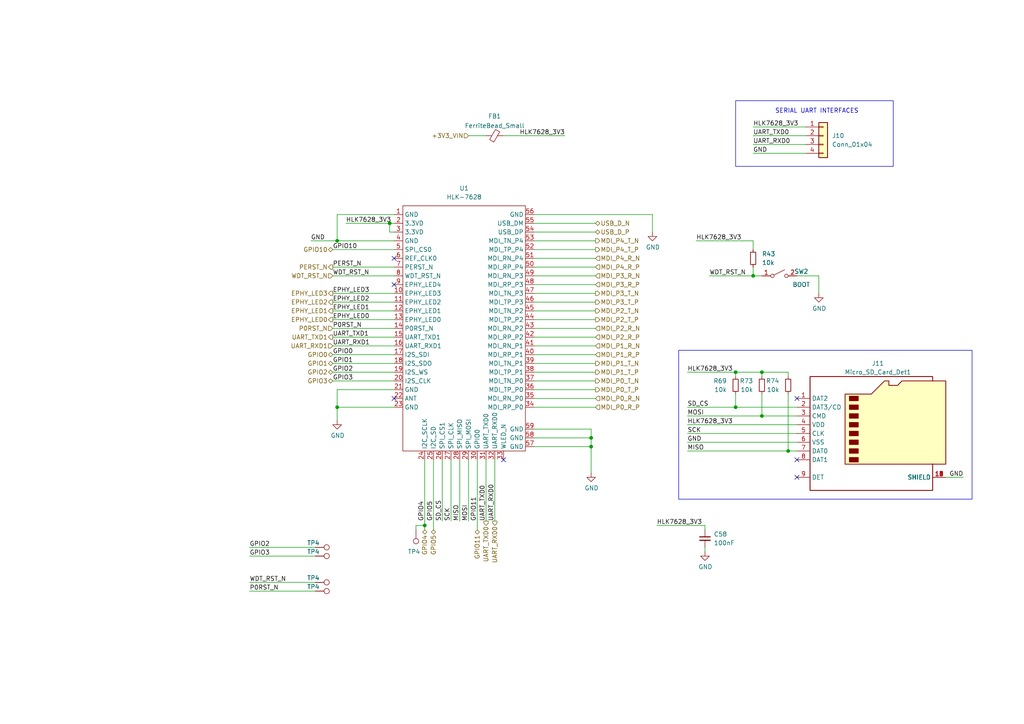
<source format=kicad_sch>
(kicad_sch (version 20230121) (generator eeschema)
  (paper "A4")
  (lib_symbols
    (symbol "Connector:Micro_SD_Card_Det1"
      (property "Reference" "J11" (at 0.635 20.32 0))
      (property "Value" "Micro_SD_Card_Det1" (at 0.635 17.78 0))
      (symbol "Micro_SD_Card_Det1_0_1"
        (rectangle (start -7.62 -6.985) (end -5.08 -8.255) (stroke (width 0.254)) (fill (type outline)))
        (rectangle (start -7.62 -4.445) (end -5.08 -5.715) (stroke (width 0.254)) (fill (type outline)))
        (rectangle (start -7.62 -1.905) (end -5.08 -3.175) (stroke (width 0.254)) (fill (type outline)))
        (rectangle (start -7.62 0.635) (end -5.08 -0.635) (stroke (width 0.254)) (fill (type outline)))
        (rectangle (start -7.62 3.175) (end -5.08 1.905) (stroke (width 0.254)) (fill (type outline)))
        (rectangle (start -7.62 5.715) (end -5.08 4.445) (stroke (width 0.254)) (fill (type outline)))
        (rectangle (start -7.62 8.255) (end -5.08 6.985) (stroke (width 0.254)) (fill (type outline)))
        (rectangle (start -7.62 10.795) (end -5.08 9.525) (stroke (width 0.254)) (fill (type outline)))
        (polyline (pts (xy 16.51 15.24) (xy 16.51 16.51) (xy -19.05 16.51) (xy -19.05 -16.51) (xy 16.51 -16.51) (xy 16.51 -8.89)) (stroke (width 0.254)))
        (polyline (pts (xy -8.89 -8.89) (xy -8.89 11.43) (xy -1.27 11.43) (xy 2.54 15.24) (xy 3.81 15.24) (xy 3.81 13.97) (xy 6.35 13.97) (xy 7.62 15.24) (xy 20.32 15.24) (xy 20.32 -8.89) (xy -8.89 -8.89)) (stroke (width 0.254)) (fill (type background)))
      )
      (symbol "Micro_SD_Card_Det1_1_1"
        (pin bidirectional line (at -22.86 10.16 0) (length 3.81) (name "DAT2") (number "1"))
        (pin passive line (at 20.32 -12.7 180) (length 3.81) (name "SHIELD") (number "10"))
        (pin passive line (at 20.32 -12.7 180) (length 3.81) (name "SHIELD") (number "11"))
        (pin passive line (at 20.32 -12.7 180) (length 3.81) (name "SHIELD") (number "12"))
        (pin passive line (at 20.32 -12.7 180) (length 3.81) (name "SHIELD") (number "13"))
        (pin passive line (at 20.32 -12.7 180) (length 3.81) (name "SHIELD") (number "14"))
        (pin passive line (at 20.32 -12.7 180) (length 3.81) (name "SHIELD") (number "15"))
        (pin bidirectional line (at -22.86 7.62 0) (length 3.81) (name "DAT3/CD") (number "2"))
        (pin input line (at -22.86 5.08 0) (length 3.81) (name "CMD") (number "3"))
        (pin power_in line (at -22.86 2.54 0) (length 3.81) (name "VDD") (number "4"))
        (pin input line (at -22.86 0 0) (length 3.81) (name "CLK") (number "5"))
        (pin power_in line (at -22.86 -2.54 0) (length 3.81) (name "VSS") (number "6"))
        (pin bidirectional line (at -22.86 -5.08 0) (length 3.81) (name "DAT0") (number "7"))
        (pin bidirectional line (at -22.86 -7.62 0) (length 3.81) (name "DAT1") (number "8"))
        (pin passive line (at -22.86 -12.7 0) (length 3.81) (name "DET") (number "9"))
      )
    )
    (symbol "Connector:TestPoint" (pin_numbers hide) (pin_names (offset 0.762) hide)
      (property "Reference" "TP" (at 0 6.858 0))
      (property "Value" "TestPoint" (at 0 5.08 0))
      (symbol "TestPoint_0_1"
        (circle (center 0 3.302) (radius 0.762))
      )
      (symbol "TestPoint_1_1"
        (pin passive line (at 0 0 90) (length 2.54) (name "1") (number "1"))
      )
    )
    (symbol "Connector_Generic:Conn_01x04" (pin_names (offset 1.016) hide)
      (property "Reference" "J" (at 0 5.08 0))
      (property "Value" "Conn_01x04" (at 0 -7.62 0))
      (symbol "Conn_01x04_1_1"
        (rectangle (start -1.27 -4.953) (end 0 -5.207) (stroke (width 0.1524)))
        (rectangle (start -1.27 -2.413) (end 0 -2.667) (stroke (width 0.1524)))
        (rectangle (start -1.27 0.127) (end 0 -0.127) (stroke (width 0.1524)))
        (rectangle (start -1.27 2.667) (end 0 2.413) (stroke (width 0.1524)))
        (rectangle (start -1.27 3.81) (end 1.27 -6.35) (stroke (width 0.254)) (fill (type background)))
        (pin passive line (at -5.08 2.54 0) (length 3.81) (name "Pin_1") (number "1"))
        (pin passive line (at -5.08 0 0) (length 3.81) (name "Pin_2") (number "2"))
        (pin passive line (at -5.08 -2.54 0) (length 3.81) (name "Pin_3") (number "3"))
        (pin passive line (at -5.08 -5.08 0) (length 3.81) (name "Pin_4") (number "4"))
      )
    )
    (symbol "Device:C_Small" (pin_numbers hide) (pin_names (offset 0.254) hide)
      (property "Reference" "C" (at 0.254 1.778 0))
      (property "Value" "C_Small" (at 0.254 -2.032 0))
      (symbol "C_Small_0_1"
        (polyline (pts (xy -1.524 -0.508) (xy 1.524 -0.508)) (stroke (width 0.3302)))
        (polyline (pts (xy -1.524 0.508) (xy 1.524 0.508)) (stroke (width 0.3048)))
      )
      (symbol "C_Small_1_1"
        (pin passive line (at 0 2.54 270) (length 2.032) (name "~") (number "1"))
        (pin passive line (at 0 -2.54 90) (length 2.032) (name "~") (number "2"))
      )
    )
    (symbol "Device:FerriteBead_Small" (pin_numbers hide) (pin_names (offset 0))
      (property "Reference" "FB" (at 1.905 1.27 0))
      (property "Value" "FerriteBead_Small" (at 1.905 -1.27 0))
      (symbol "FerriteBead_Small_0_1"
        (polyline (pts (xy 0 -1.27) (xy 0 -0.7874)))
        (polyline (pts (xy 0 0.889) (xy 0 1.2954)))
        (polyline (pts (xy -1.8288 0.2794) (xy -1.1176 1.4986) (xy 1.8288 -0.2032) (xy 1.1176 -1.4224) (xy -1.8288 0.2794)))
      )
      (symbol "FerriteBead_Small_1_1"
        (pin passive line (at 0 2.54 270) (length 1.27) (name "~") (number "1"))
        (pin passive line (at 0 -2.54 90) (length 1.27) (name "~") (number "2"))
      )
    )
    (symbol "Device:R_Small" (pin_numbers hide) (pin_names (offset 0.254) hide)
      (property "Reference" "R" (at 0.762 0.508 0))
      (property "Value" "R_Small" (at 0.762 -1.016 0))
      (symbol "R_Small_0_1"
        (rectangle (start -0.762 1.778) (end 0.762 -1.778) (stroke (width 0.2032)))
      )
      (symbol "R_Small_1_1"
        (pin passive line (at 0 2.54 270) (length 0.762) (name "~") (number "1"))
        (pin passive line (at 0 -2.54 90) (length 0.762) (name "~") (number "2"))
      )
    )
    (symbol "gabriel:HLK-7628"
      (property "Reference" "U" (at 0 1.27 0))
      (property "Value" "HLK-7628" (at 0 -2.54 0))
      (symbol "HLK-7628_0_1"
        (rectangle (start -17.78 0) (end 17.78 -71.12))
      )
      (symbol "HLK-7628_1_1"
        (pin passive line (at -20.32 -2.54 0) (length 2.54) (name "GND") (number "1"))
        (pin bidirectional line (at -20.32 -25.4 0) (length 2.54) (name "EPHY_LED3") (number "10"))
        (pin bidirectional line (at -20.32 -27.94 0) (length 2.54) (name "EPHY_LED2") (number "11"))
        (pin bidirectional line (at -20.32 -30.48 0) (length 2.54) (name "EPHY_LED1") (number "12"))
        (pin bidirectional line (at -20.32 -33.02 0) (length 2.54) (name "EPHY_LED0") (number "13"))
        (pin bidirectional line (at -20.32 -35.56 0) (length 2.54) (name "P0RST_N") (number "14"))
        (pin output line (at -20.32 -38.1 0) (length 2.54) (name "UART_TXD1") (number "15"))
        (pin input line (at -20.32 -40.64 0) (length 2.54) (name "UART_RXD1") (number "16"))
        (pin bidirectional line (at -20.32 -43.18 0) (length 2.54) (name "I2S_SDI") (number "17"))
        (pin bidirectional line (at -20.32 -45.72 0) (length 2.54) (name "I2S_SDO") (number "18"))
        (pin bidirectional line (at -20.32 -48.26 0) (length 2.54) (name "I2S_WS") (number "19"))
        (pin power_in line (at -20.32 -5.08 0) (length 2.54) (name "3.3VD") (number "2"))
        (pin bidirectional line (at -20.32 -50.8 0) (length 2.54) (name "I2S_CLK") (number "20"))
        (pin passive line (at -20.32 -53.34 0) (length 2.54) (name "GND") (number "21"))
        (pin passive line (at -20.32 -55.88 0) (length 2.54) (name "ANT") (number "22"))
        (pin passive line (at -20.32 -58.42 0) (length 2.54) (name "GND") (number "23"))
        (pin bidirectional line (at -11.43 -73.66 90) (length 2.54) (name "I2C_SCLK") (number "24"))
        (pin bidirectional line (at -8.89 -73.66 90) (length 2.54) (name "I2C_SD") (number "25"))
        (pin bidirectional line (at -6.35 -73.66 90) (length 2.54) (name "SPI_CS1") (number "26"))
        (pin bidirectional line (at -3.81 -73.66 90) (length 2.54) (name "SPI_CLK") (number "27"))
        (pin bidirectional line (at -1.27 -73.66 90) (length 2.54) (name "SPI_MISO") (number "28"))
        (pin bidirectional line (at 1.27 -73.66 90) (length 2.54) (name "SPI_MOSI") (number "29"))
        (pin power_in line (at -20.32 -7.62 0) (length 2.54) (name "3.3VD") (number "3"))
        (pin bidirectional line (at 3.81 -73.66 90) (length 2.54) (name "GPIO0") (number "30"))
        (pin output line (at 6.35 -73.66 90) (length 2.54) (name "UART_TXD0") (number "31"))
        (pin input line (at 8.89 -73.66 90) (length 2.54) (name "UART_RXD0") (number "32"))
        (pin bidirectional line (at 11.43 -73.66 90) (length 2.54) (name "WLED_N") (number "33"))
        (pin bidirectional line (at 20.32 -58.42 180) (length 2.54) (name "MDI_RP_P0") (number "34"))
        (pin bidirectional line (at 20.32 -55.88 180) (length 2.54) (name "MDI_RN_P0") (number "35"))
        (pin bidirectional line (at 20.32 -53.34 180) (length 2.54) (name "MDI_TP_P0") (number "36"))
        (pin bidirectional line (at 20.32 -50.8 180) (length 2.54) (name "MDI_TN_P0") (number "37"))
        (pin bidirectional line (at 20.32 -48.26 180) (length 2.54) (name "MDI_TP_P1") (number "38"))
        (pin bidirectional line (at 20.32 -45.72 180) (length 2.54) (name "MDI_TN_P1") (number "39"))
        (pin passive line (at -20.32 -10.16 0) (length 2.54) (name "GND") (number "4"))
        (pin bidirectional line (at 20.32 -43.18 180) (length 2.54) (name "MDI_RP_P1") (number "40"))
        (pin bidirectional line (at 20.32 -40.64 180) (length 2.54) (name "MDI_RN_P1") (number "41"))
        (pin bidirectional line (at 20.32 -38.1 180) (length 2.54) (name "MDI_RP_P2") (number "42"))
        (pin bidirectional line (at 20.32 -35.56 180) (length 2.54) (name "MDI_RN_P2") (number "43"))
        (pin bidirectional line (at 20.32 -33.02 180) (length 2.54) (name "MDI_TP_P2") (number "44"))
        (pin bidirectional line (at 20.32 -30.48 180) (length 2.54) (name "MDI_TN_P2") (number "45"))
        (pin bidirectional line (at 20.32 -27.94 180) (length 2.54) (name "MDI_TP_P3") (number "46"))
        (pin bidirectional line (at 20.32 -25.4 180) (length 2.54) (name "MDI_TN_P3") (number "47"))
        (pin bidirectional line (at 20.32 -22.86 180) (length 2.54) (name "MDI_RP_P3") (number "48"))
        (pin bidirectional line (at 20.32 -20.32 180) (length 2.54) (name "MDI_RN_P3") (number "49"))
        (pin bidirectional line (at -20.32 -12.7 0) (length 2.54) (name "SPI_CS0") (number "5"))
        (pin bidirectional line (at 20.32 -17.78 180) (length 2.54) (name "MDI_RP_P4") (number "50"))
        (pin bidirectional line (at 20.32 -15.24 180) (length 2.54) (name "MDI_RN_P4") (number "51"))
        (pin bidirectional line (at 20.32 -12.7 180) (length 2.54) (name "MDI_TP_P4") (number "52"))
        (pin bidirectional line (at 20.32 -10.16 180) (length 2.54) (name "MDI_TN_P4") (number "53"))
        (pin bidirectional line (at 20.32 -7.62 180) (length 2.54) (name "USB_DP") (number "54"))
        (pin bidirectional line (at 20.32 -5.08 180) (length 2.54) (name "USB_DM") (number "55"))
        (pin passive line (at 20.32 -2.54 180) (length 2.54) (name "GND") (number "56"))
        (pin passive line (at 20.32 -69.85 180) (length 2.54) (name "GND") (number "57"))
        (pin passive line (at 20.32 -67.31 180) (length 2.54) (name "GND") (number "58"))
        (pin passive line (at 20.32 -64.77 180) (length 2.54) (name "GND") (number "59"))
        (pin bidirectional line (at -20.32 -15.24 0) (length 2.54) (name "REF_CLK0") (number "6"))
        (pin bidirectional line (at -20.32 -17.78 0) (length 2.54) (name "PERST_N") (number "7"))
        (pin bidirectional line (at -20.32 -20.32 0) (length 2.54) (name "WDT_RST_N") (number "8"))
        (pin bidirectional line (at -20.32 -22.86 0) (length 2.54) (name "EPHY_LED4") (number "9"))
      )
    )
    (symbol "power:GND" (power) (pin_names (offset 0))
      (property "Value" "GND" (at 0 -3.81 0))
      (symbol "GND_0_1"
        (polyline (pts (xy 0 0) (xy 0 -1.27) (xy 1.27 -1.27) (xy 0 -2.54) (xy -1.27 -1.27) (xy 0 -1.27)))
      )
      (symbol "GND_1_1"
        (pin power_in line (at 0 0 270) (length 0) hide (name "GND") (number "1"))
      )
    )
    (symbol "switches:SW_SPST" (pin_names (offset 0) hide)
      (property "Reference" "SW" (at 0 3.175 0))
      (property "Value" "SW_SPST" (at 0 -2.54 0))
      (symbol "SW_SPST_0_0"
        (circle (center -2.032 0) (radius 0.508))
        (polyline (pts (xy -1.524 0.254) (xy 1.524 1.778)))
        (circle (center 2.032 0) (radius 0.508))
      )
      (symbol "SW_SPST_1_1"
        (pin passive line (at -5.08 0 0) (length 2.54) (name "A") (number "1"))
        (pin passive line (at 5.08 0 180) (length 2.54) (name "B") (number "2"))
      )
    )
  )
  (junction (at 171.45 127))
  (junction (at 97.79 69.85))
  (junction (at 97.79 118.11))
  (junction (at 228.6 130.81))
  (junction (at 113.03 64.77))
  (junction (at 218.44 80.01))
  (junction (at 220.98 120.65))
  (junction (at 171.45 129.54))
  (junction (at 123.19 152.4))
  (junction (at 213.36 118.11))
  (junction (at 220.98 107.95))
  (junction (at 213.36 107.95))
  (no_connect (at 114.3 74.93))
  (no_connect (at 114.3 115.57))
  (no_connect (at 146.05 133.35))
  (no_connect (at 231.14 133.35))
  (no_connect (at 231.14 115.57))
  (no_connect (at 231.14 138.43))
  (no_connect (at 114.3 82.55))
  (wire (pts (xy 97.79 118.11) (xy 97.79 113.03)))
  (wire (pts (xy 213.36 114.3) (xy 213.36 118.11)))
  (wire (pts (xy 154.94 124.46) (xy 171.45 124.46)))
  (wire (pts (xy 199.39 130.81) (xy 228.6 130.81)))
  (wire (pts (xy 123.19 152.4) (xy 123.19 153.67)))
  (wire (pts (xy 213.36 107.95) (xy 220.98 107.95)))
  (wire (pts (xy 130.81 151.13) (xy 130.81 133.35)))
  (wire (pts (xy 96.52 85.09) (xy 114.3 85.09)))
  (wire (pts (xy 97.79 121.92) (xy 97.79 118.11)))
  (wire (pts (xy 205.74 80.01) (xy 218.44 80.01)))
  (wire (pts (xy 220.98 107.95) (xy 220.98 109.22)))
  (wire (pts (xy 154.94 74.93) (xy 172.72 74.93)))
  (wire (pts (xy 140.97 151.13) (xy 140.97 133.35)))
  (wire (pts (xy 133.35 151.13) (xy 133.35 133.35)))
  (wire (pts (xy 154.94 113.03) (xy 172.72 113.03)))
  (wire (pts (xy 220.98 114.3) (xy 220.98 120.65)))
  (wire (pts (xy 97.79 113.03) (xy 114.3 113.03)))
  (wire (pts (xy 96.52 77.47) (xy 114.3 77.47)))
  (wire (pts (xy 154.94 62.23) (xy 189.23 62.23)))
  (wire (pts (xy 96.52 87.63) (xy 114.3 87.63)))
  (wire (pts (xy 171.45 129.54) (xy 171.45 137.16)))
  (wire (pts (xy 96.52 107.95) (xy 114.3 107.95)))
  (wire (pts (xy 96.52 110.49) (xy 114.3 110.49)))
  (wire (pts (xy 154.94 100.33) (xy 172.72 100.33)))
  (wire (pts (xy 135.89 151.13) (xy 135.89 133.35)))
  (wire (pts (xy 213.36 107.95) (xy 213.36 109.22)))
  (wire (pts (xy 113.03 64.77) (xy 114.3 64.77)))
  (wire (pts (xy 100.33 64.77) (xy 113.03 64.77)))
  (wire (pts (xy 72.39 168.91) (xy 91.44 168.91)))
  (wire (pts (xy 237.49 85.09) (xy 237.49 80.01)))
  (wire (pts (xy 135.89 39.37) (xy 140.97 39.37)))
  (wire (pts (xy 114.3 62.23) (xy 97.79 62.23)))
  (wire (pts (xy 213.36 118.11) (xy 231.14 118.11)))
  (wire (pts (xy 97.79 118.11) (xy 114.3 118.11)))
  (wire (pts (xy 154.94 95.25) (xy 172.72 95.25)))
  (wire (pts (xy 125.73 133.35) (xy 125.73 153.67)))
  (wire (pts (xy 154.94 72.39) (xy 172.72 72.39)))
  (wire (pts (xy 218.44 80.01) (xy 220.98 80.01)))
  (wire (pts (xy 154.94 67.31) (xy 172.72 67.31)))
  (wire (pts (xy 97.79 62.23) (xy 97.79 69.85)))
  (wire (pts (xy 228.6 114.3) (xy 228.6 130.81)))
  (wire (pts (xy 154.94 127) (xy 171.45 127)))
  (wire (pts (xy 154.94 102.87) (xy 172.72 102.87)))
  (wire (pts (xy 204.47 158.75) (xy 204.47 160.02)))
  (wire (pts (xy 154.94 92.71) (xy 172.72 92.71)))
  (wire (pts (xy 113.03 67.31) (xy 114.3 67.31)))
  (wire (pts (xy 218.44 44.45) (xy 233.68 44.45)))
  (wire (pts (xy 218.44 77.47) (xy 218.44 80.01)))
  (wire (pts (xy 96.52 80.01) (xy 114.3 80.01)))
  (wire (pts (xy 154.94 110.49) (xy 172.72 110.49)))
  (wire (pts (xy 154.94 90.17) (xy 172.72 90.17)))
  (wire (pts (xy 154.94 80.01) (xy 172.72 80.01)))
  (wire (pts (xy 154.94 85.09) (xy 172.72 85.09)))
  (wire (pts (xy 204.47 153.67) (xy 204.47 152.4)))
  (wire (pts (xy 113.03 64.77) (xy 113.03 67.31)))
  (wire (pts (xy 218.44 41.91) (xy 233.68 41.91)))
  (wire (pts (xy 96.52 95.25) (xy 114.3 95.25)))
  (wire (pts (xy 237.49 80.01) (xy 231.14 80.01)))
  (wire (pts (xy 120.65 153.67) (xy 120.65 152.4)))
  (wire (pts (xy 96.52 100.33) (xy 114.3 100.33)))
  (wire (pts (xy 199.39 120.65) (xy 220.98 120.65)))
  (wire (pts (xy 154.94 77.47) (xy 172.72 77.47)))
  (wire (pts (xy 96.52 102.87) (xy 114.3 102.87)))
  (wire (pts (xy 220.98 120.65) (xy 231.14 120.65)))
  (wire (pts (xy 90.17 69.85) (xy 97.79 69.85)))
  (wire (pts (xy 279.4 138.43) (xy 274.32 138.43)))
  (wire (pts (xy 220.98 107.95) (xy 228.6 107.95)))
  (wire (pts (xy 96.52 105.41) (xy 114.3 105.41)))
  (wire (pts (xy 218.44 39.37) (xy 233.68 39.37)))
  (wire (pts (xy 189.23 67.31) (xy 189.23 62.23)))
  (wire (pts (xy 154.94 115.57) (xy 172.72 115.57)))
  (wire (pts (xy 123.19 133.35) (xy 123.19 152.4)))
  (wire (pts (xy 218.44 69.85) (xy 218.44 72.39)))
  (wire (pts (xy 96.52 97.79) (xy 114.3 97.79)))
  (wire (pts (xy 138.43 133.35) (xy 138.43 153.67)))
  (wire (pts (xy 199.39 125.73) (xy 231.14 125.73)))
  (wire (pts (xy 154.94 69.85) (xy 172.72 69.85)))
  (wire (pts (xy 154.94 105.41) (xy 172.72 105.41)))
  (wire (pts (xy 199.39 107.95) (xy 213.36 107.95)))
  (wire (pts (xy 143.51 151.13) (xy 143.51 133.35)))
  (wire (pts (xy 218.44 36.83) (xy 233.68 36.83)))
  (wire (pts (xy 154.94 107.95) (xy 172.72 107.95)))
  (wire (pts (xy 72.39 158.75) (xy 91.44 158.75)))
  (wire (pts (xy 114.3 69.85) (xy 97.79 69.85)))
  (wire (pts (xy 72.39 171.45) (xy 91.44 171.45)))
  (wire (pts (xy 154.94 97.79) (xy 172.72 97.79)))
  (wire (pts (xy 128.27 151.13) (xy 128.27 133.35)))
  (wire (pts (xy 204.47 152.4) (xy 190.5 152.4)))
  (wire (pts (xy 199.39 118.11) (xy 213.36 118.11)))
  (wire (pts (xy 120.65 152.4) (xy 123.19 152.4)))
  (wire (pts (xy 201.93 69.85) (xy 218.44 69.85)))
  (wire (pts (xy 171.45 129.54) (xy 171.45 127)))
  (wire (pts (xy 96.52 72.39) (xy 114.3 72.39)))
  (wire (pts (xy 154.94 129.54) (xy 171.45 129.54)))
  (wire (pts (xy 228.6 130.81) (xy 231.14 130.81)))
  (wire (pts (xy 96.52 92.71) (xy 114.3 92.71)))
  (wire (pts (xy 154.94 118.11) (xy 172.72 118.11)))
  (wire (pts (xy 72.39 161.29) (xy 91.44 161.29)))
  (wire (pts (xy 171.45 127) (xy 171.45 124.46)))
  (wire (pts (xy 96.52 90.17) (xy 114.3 90.17)))
  (wire (pts (xy 228.6 107.95) (xy 228.6 109.22)))
  (wire (pts (xy 154.94 87.63) (xy 172.72 87.63)))
  (wire (pts (xy 199.39 128.27) (xy 231.14 128.27)))
  (wire (pts (xy 199.39 123.19) (xy 231.14 123.19)))
  (wire (pts (xy 163.83 39.37) (xy 146.05 39.37)))
  (wire (pts (xy 154.94 64.77) (xy 172.72 64.77)))
  (wire (pts (xy 154.94 82.55) (xy 172.72 82.55)))
  (rectangle (start 196.85 101.6) (end 281.94 144.78))
  (rectangle (start 213.36 29.21) (end 259.08 48.26))
  (text "SERIAL UART INTERFACES" (at 224.79 33.02 0) (effects (font (size 1.27 1.27)) (justify left bottom)))
  (label "UART_TXD1" (at 96.52 97.79 0))
  (label "HLK7628_3V3" (at 199.39 107.95 0))
  (label "GND" (at 199.39 128.27 0))
  (label "HLK7628_3V3" (at 201.93 69.85 0))
  (label "P0RST_N" (at 96.52 95.25 0))
  (label "WDT_RST_N" (at 72.39 168.91 0))
  (label "GPIO10" (at 96.52 72.39 0))
  (label "MOSI" (at 199.39 120.65 0))
  (label "GPIO1" (at 96.52 105.41 0))
  (label "HLK7628_3V3" (at 190.5 152.4 0))
  (label "GPIO5" (at 125.73 151.13 90))
  (label "MISO" (at 199.39 130.81 0))
  (label "GPIO3" (at 72.39 161.29 0))
  (label "EPHY_LED2" (at 96.52 87.63 0))
  (label "SD_CS" (at 128.27 151.13 90))
  (label "HLK7628_3V3" (at 163.83 39.37 180))
  (label "UART_TXD0" (at 218.44 39.37 0))
  (label "UART_RXD1" (at 96.52 100.33 0))
  (label "WDT_RST_N" (at 96.52 80.01 0))
  (label "EPHY_LED0" (at 96.52 92.71 0))
  (label "GND" (at 90.17 69.85 0))
  (label "EPHY_LED1" (at 96.52 90.17 0))
  (label "UART_TXD0" (at 140.97 151.13 90))
  (label "SCK" (at 130.81 151.13 90))
  (label "EPHY_LED3" (at 96.52 85.09 0))
  (label "GND" (at 218.44 44.45 0))
  (label "GND" (at 279.4 138.43 180))
  (label "HLK7628_3V3" (at 218.44 36.83 0))
  (label "GPIO2" (at 72.39 158.75 0))
  (label "GPIO2" (at 96.52 107.95 0))
  (label "PERST_N" (at 96.52 77.47 0))
  (label "HLK7628_3V3" (at 100.33 64.77 0))
  (label "P0RST_N" (at 72.39 171.45 0))
  (label "SD_CS" (at 199.39 118.11 0))
  (label "SCK" (at 199.39 125.73 0))
  (label "GPIO0" (at 96.52 102.87 0))
  (label "GPIO11" (at 138.43 151.13 90))
  (label "UART_RXD0" (at 143.51 151.13 90))
  (label "MOSI" (at 135.89 151.13 90))
  (label "UART_RXD0" (at 218.44 41.91 0))
  (label "HLK7628_3V3" (at 199.39 123.19 0))
  (label "MISO" (at 133.35 151.13 90))
  (label "GPIO3" (at 96.52 110.49 0))
  (label "GPIO4" (at 123.19 151.13 90))
  (label "WDT_RST_N" (at 205.74 80.01 0))
  (hierarchical_label "MDI_P2_R_P" (shape input) (at 172.72 97.79 0))
  (hierarchical_label "P0RST_N" (shape input) (at 96.52 95.25 180))
  (hierarchical_label "MDI_P1_R_P" (shape input) (at 172.72 102.87 0))
  (hierarchical_label "MDI_P4_T_N" (shape output) (at 172.72 69.85 0))
  (hierarchical_label "MDI_P0_R_N" (shape input) (at 172.72 115.57 0))
  (hierarchical_label "+3V3_VIN" (shape input) (at 135.89 39.37 180))
  (hierarchical_label "MDI_P0_R_P" (shape input) (at 172.72 118.11 0))
  (hierarchical_label "EPHY_LED0" (shape output) (at 96.52 92.71 180))
  (hierarchical_label "MDI_P3_R_P" (shape input) (at 172.72 82.55 0))
  (hierarchical_label "GPIO11" (shape bidirectional) (at 138.43 153.67 270))
  (hierarchical_label "MDI_P2_T_P" (shape output) (at 172.72 92.71 0))
  (hierarchical_label "USB_D_N" (shape bidirectional) (at 172.72 64.77 0))
  (hierarchical_label "MDI_P2_T_N" (shape output) (at 172.72 90.17 0))
  (hierarchical_label "MDI_P3_T_P" (shape output) (at 172.72 87.63 0))
  (hierarchical_label "MDI_P3_T_N" (shape output) (at 172.72 85.09 0))
  (hierarchical_label "GPIO5" (shape bidirectional) (at 125.73 153.67 270))
  (hierarchical_label "MDI_P3_R_N" (shape input) (at 172.72 80.01 0))
  (hierarchical_label "MDI_P1_R_N" (shape input) (at 172.72 100.33 0))
  (hierarchical_label "MDI_P1_T_P" (shape output) (at 172.72 107.95 0))
  (hierarchical_label "UART_RXD1" (shape input) (at 96.52 100.33 180))
  (hierarchical_label "GPIO4" (shape bidirectional) (at 123.19 153.67 270))
  (hierarchical_label "USB_D_P" (shape bidirectional) (at 172.72 67.31 0))
  (hierarchical_label "PERST_N" (shape output) (at 96.52 77.47 180))
  (hierarchical_label "GPIO2" (shape bidirectional) (at 96.52 107.95 180))
  (hierarchical_label "GPIO0" (shape bidirectional) (at 96.52 102.87 180))
  (hierarchical_label "UART_TXD1" (shape output) (at 96.52 97.79 180))
  (hierarchical_label "EPHY_LED3" (shape output) (at 96.52 85.09 180))
  (hierarchical_label "UART_TXD0" (shape output) (at 140.97 151.13 270))
  (hierarchical_label "GPIO10" (shape bidirectional) (at 96.52 72.39 180))
  (hierarchical_label "EPHY_LED2" (shape output) (at 96.52 87.63 180))
  (hierarchical_label "MDI_P1_T_N" (shape output) (at 172.72 105.41 0))
  (hierarchical_label "EPHY_LED1" (shape output) (at 96.52 90.17 180))
  (hierarchical_label "WDT_RST_N" (shape input) (at 96.52 80.01 180))
  (hierarchical_label "MDI_P4_T_P" (shape output) (at 172.72 72.39 0))
  (hierarchical_label "MDI_P0_T_N" (shape output) (at 172.72 110.49 0))
  (hierarchical_label "MDI_P2_R_N" (shape input) (at 172.72 95.25 0))
  (hierarchical_label "MDI_P4_R_N" (shape input) (at 172.72 74.93 0))
  (hierarchical_label "GPIO1" (shape bidirectional) (at 96.52 105.41 180))
  (hierarchical_label "UART_RXD0" (shape output) (at 143.51 151.13 270))
  (hierarchical_label "MDI_P4_R_P" (shape input) (at 172.72 77.47 0))
  (hierarchical_label "MDI_P0_T_P" (shape output) (at 172.72 113.03 0))
  (hierarchical_label "GPIO3" (shape bidirectional) (at 96.52 110.49 180))
  (symbol (lib_id "Device:R_Small") (at 228.6 111.76 0) (mirror x) (unit 1)
    (property "Reference" "R74" (at 226.06 110.49 0) (effects (justify right)))
    (property "Value" "10k" (at 226.06 113.03 0) (effects (justify right)))
    (property "Footprint" "Resistor_SMD:R_0402_1005Metric" (effects hide))
  )
  (symbol (lib_id "power:GND") (at 237.49 85.09 0) (unit 1)
    (property "Reference" "#PWR027" (effects hide))
    (property "Value" "GND" (at 237.617 89.4842 0))
    (instances (project "macunaima_rev2.2" (path "" (reference "#PWR027") (unit 1)) (path "" (reference "#PWR051") (unit 1))))
  )
  (symbol (lib_id "gabriel:HLK-7628") (at 134.62 59.69 0) (unit 1)
    (property "Reference" "U1" (at 134.62 54.61 0))
    (property "Value" "HLK-7628" (at 134.62 57.15 0))
    (property "Footprint" "Gabriel:HLK-7628" (effects hide))
  )
  (symbol (lib_id "Connector:TestPoint") (at 91.44 171.45 270) (mirror x) (unit 1)
    (property "Reference" "TP4" (at 92.71 170.18 90) (effects (justify right)))
    (property "Value" "TestPoint" (effects hide))
    (property "Footprint" "TestPoint:TestPoint_Pad_D1.0mm" (effects hide))
    (instances (project "macunaima_rev2.2" (path "" (reference "TP4") (unit 1)) (path "" (reference "TP14") (unit 1))))
  )
  (symbol (lib_id "Device:C_Small") (at 204.47 156.21 0) (unit 1)
    (property "Reference" "C58" (at 207.01 154.9463 0) (effects (justify left)))
    (property "Value" "100nF" (at 207.01 157.4863 0) (effects (justify left)))
    (property "Footprint" "Capacitor_SMD:C_0402_1005Metric" (effects hide))
  )
  (symbol (lib_id "power:GND") (at 171.45 137.16 0) (unit 1)
    (property "Reference" "#PWR0104" (effects hide))
    (property "Value" "GND" (at 171.577 141.5542 0))
    (instances (project "macunaima_rev2.2" (path "" (reference "#PWR0104") (unit 1)) (path "" (reference "#PWR049") (unit 1))))
  )
  (symbol (lib_id "Device:FerriteBead_Small") (at 143.51 39.37 90) (unit 1)
    (property "Reference" "FB1" (at 143.4719 33.7017 90))
    (property "Value" "FerriteBead_Small" (at 143.4719 36.4768 90))
    (property "Footprint" "Inductor_SMD:L_0402_1005Metric" (effects hide))
    (property "Datasheet" "https://datasheet.lcsc.com/lcsc/1810311724_TDK-MPZ1005S100CT000_C275476.pdf" (effects hide))
    (property "LCSC Part" "C275476" (effects hide))
    (instances (project "macunaima_rev2.2" (path "" (reference "FB1") (unit 1)) (path "" (reference "FB3") (unit 1)) (path "" (reference "FB5") (unit 1))))
  )
  (symbol (lib_id "Device:R_Small") (at 218.44 74.93 180) (unit 1)
    (property "Reference" "R43" (at 220.98 73.66 0) (effects (justify right)))
    (property "Value" "10k" (at 220.98 76.2 0) (effects (justify right)))
    (property "Footprint" "Resistor_SMD:R_0402_1005Metric" (effects hide))
  )
  (symbol (lib_id "Connector:TestPoint") (at 91.44 158.75 270) (mirror x) (unit 1)
    (property "Reference" "TP4" (at 92.71 157.48 90) (effects (justify right)))
    (property "Value" "TestPoint" (effects hide))
    (property "Footprint" "TestPoint:TestPoint_Pad_D1.0mm" (effects hide))
    (instances (project "macunaima_rev2.2" (path "" (reference "TP4") (unit 1)) (path "" (reference "TP18") (unit 1))))
  )
  (symbol (lib_id "switches:SW_SPST") (at 226.06 80.01 0) (unit 1)
    (property "Reference" "SW2" (at 232.41 78.74 0))
    (property "Value" "BOOT" (at 232.41 82.55 0))
    (property "Footprint" "Button_Switch_SMD:SW_SPST_FSMSM" (effects hide))
    (property "OBS" "BOOT" (effects hide))
    (instances (project "macunaima_rev2.2" (path "" (reference "SW2") (unit 1)) (path "" (reference "SW1") (unit 1))) (project "low_level" (path "" (reference "SW1") (unit 1))))
  )
  (symbol (lib_id "Connector_Generic:Conn_01x04") (at 238.76 39.37 0) (unit 1)
    (property "Reference" "J10" (at 241.3 39.37 0) (effects (justify left)))
    (property "Value" "Conn_01x04" (at 241.3 41.91 0) (effects (justify left)))
    (property "Footprint" "Connector_PinHeader_2.54mm:PinHeader_1x04_P2.54mm_Vertical" (effects hide))
    (instances (project "macunaima_rev2.2" (path "" (reference "J10") (unit 1)) (path "" (reference "J9") (unit 1)) (path "" (reference "J11") (unit 1))))
  )
  (symbol (lib_id "Device:R_Small") (at 213.36 111.76 0) (mirror x) (unit 1)
    (property "Reference" "R69" (at 210.82 110.49 0) (effects (justify right)))
    (property "Value" "10k" (at 210.82 113.03 0) (effects (justify right)))
    (property "Footprint" "Resistor_SMD:R_0402_1005Metric" (effects hide))
  )
  (symbol (lib_id "Connector:TestPoint") (at 91.44 168.91 270) (mirror x) (unit 1)
    (property "Reference" "TP4" (at 92.71 167.64 90) (effects (justify right)))
    (property "Value" "WDRST" (effects hide))
    (property "Footprint" "TestPoint:TestPoint_Pad_D1.0mm" (effects hide))
    (instances (project "macunaima_rev2.2" (path "" (reference "TP4") (unit 1)) (path "" (reference "TP13") (unit 1))))
  )
  (symbol (lib_id "Connector:Micro_SD_Card_Det1") (at 254 125.73 0) (unit 1)
    (property "Reference" "J11" (at 254.635 105.41 0))
    (property "Value" "Micro_SD_Card_Det1" (at 254.635 107.95 0))
    (property "Footprint" "footprints:CONN9_0185-02_GSW" (effects hide))
    (property "Datasheet" "https://datasheet.lcsc.com/lcsc/2110151630_XKB-Connectivity-XKTF-015-N_C381082.pdf" (effects hide))
    (instances (project "macunaima_rev2.2" (path "" (reference "J11") (unit 1)) (path "" (reference "J5") (unit 1))))
  )
  (symbol (lib_id "Connector:TestPoint") (at 120.65 153.67 0) (mirror x) (unit 1)
    (property "Reference" "TP4" (at 121.92 160.02 0) (effects (justify right)))
    (property "Value" "BOOT" (effects hide))
    (property "Footprint" "TestPoint:TestPoint_Pad_D1.0mm" (effects hide))
    (instances (project "macunaima_rev2.2" (path "" (reference "TP4") (unit 1)) (path "" (reference "TP7") (unit 1))))
  )
  (symbol (lib_id "power:GND") (at 97.79 121.92 0) (unit 1)
    (property "Reference" "#PWR0101" (effects hide))
    (property "Value" "GND" (at 97.917 126.3142 0))
    (instances (project "macunaima_rev2.2" (path "" (reference "#PWR0101") (unit 1)) (path "" (reference "#PWR048") (unit 1))))
  )
  (symbol (lib_id "Connector:TestPoint") (at 91.44 161.29 270) (mirror x) (unit 1)
    (property "Reference" "TP4" (at 92.71 160.02 90) (effects (justify right)))
    (property "Value" "TestPoint" (effects hide))
    (property "Footprint" "TestPoint:TestPoint_Pad_D1.0mm" (effects hide))
    (instances (project "macunaima_rev2.2" (path "" (reference "TP4") (unit 1)) (path "" (reference "TP15") (unit 1))))
  )
  (symbol (lib_id "Device:R_Small") (at 220.98 111.76 0) (mirror x) (unit 1)
    (property "Reference" "R73" (at 218.44 110.49 0) (effects (justify right)))
    (property "Value" "10k" (at 218.44 113.03 0) (effects (justify right)))
    (property "Footprint" "Resistor_SMD:R_0402_1005Metric" (effects hide))
  )
  (symbol (lib_id "power:GND") (at 204.47 160.02 0) (unit 1)
    (property "Reference" "#PWR0104" (effects hide))
    (property "Value" "GND" (at 204.597 164.4142 0))
    (instances (project "macunaima_rev2.2" (path "" (reference "#PWR0104") (unit 1)) (path "" (reference "#PWR054") (unit 1))))
  )
  (symbol (lib_id "power:GND") (at 189.23 67.31 0) (unit 1)
    (property "Reference" "#PWR0103" (effects hide))
    (property "Value" "GND" (at 189.357 71.7042 0))
    (instances (project "macunaima_rev2.2" (path "" (reference "#PWR0103") (unit 1)) (path "" (reference "#PWR050") (unit 1))))
  )
)
</source>
